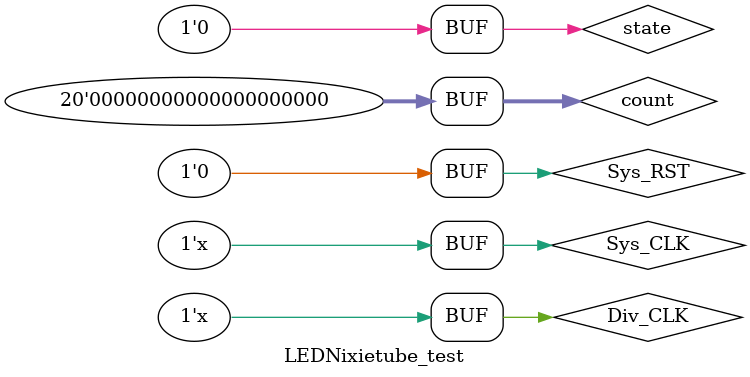
<source format=v>
`timescale 1ns / 1ps


module LEDNixietube_test;

	// Inputs
	reg Sys_CLK;
	reg Div_CLK;
	reg Sys_RST;
	reg [19:0] count;
	reg state;

	// Outputs
	wire [1:0] COM;
	wire [7:0] SEG;

	// Instantiate the Unit Under Test (UUT)
	LEDNixietube uut (
		.Sys_CLK(Sys_CLK), 
		.Div_CLK(Div_CLK), 
		.Sys_RST(Sys_RST), 
		.count(count), 
		.state(state), 
		.COM(COM), 
		.SEG(SEG)
	);
	
	always #10 Sys_CLK = ~Sys_CLK;
	always #50000 Div_CLK = ~Div_CLK;
	
	initial begin
		// Initialize Inputs
		Sys_CLK = 0;
		Div_CLK = 0;
		Sys_RST = 0;
		count = 0;
		state = 0;

		// Wait 100 ns for global reset to finish
		#100;
        
		// Add stimulus here

	end
      
endmodule


</source>
